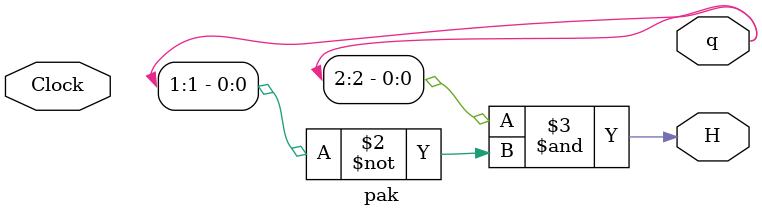
<source format=v>
module dfpp(D,Q,clk);
  input D;
  input clk;
  output Q;
  reg Q;
  always @(posedge clk)
  Q<=D;
endmodule

module pak(Clock,q,H);
  input Clock;
  output H;
  output [2:0]q;
  dfpp stage0(~q[0],Clock,q[2]);
  dfpp stage1(q[2],Clock,q[1]);
  dfpp stage2(q[1],Clock,q[0]);
  assign H=q[2]&~q[1];
endmodule

</source>
